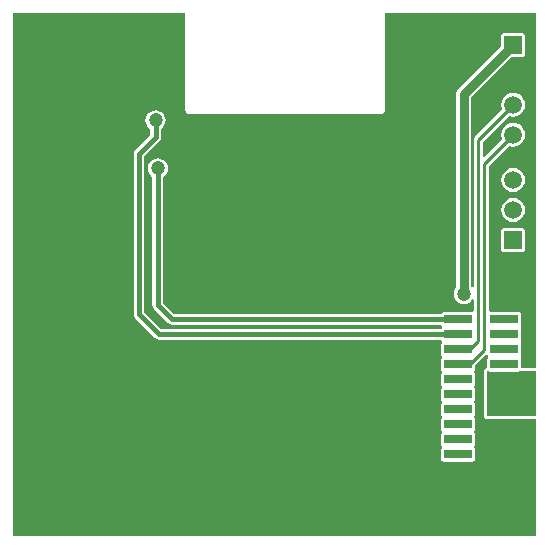
<source format=gbl>
G04 Layer_Physical_Order=2*
G04 Layer_Color=16711680*
%FSTAX24Y24*%
%MOIN*%
G70*
G01*
G75*
%ADD17C,0.0250*%
%ADD18C,0.0100*%
%ADD19C,0.0150*%
%ADD21C,0.0300*%
%ADD22C,0.0591*%
%ADD23R,0.0591X0.0591*%
%ADD24C,0.0472*%
%ADD25R,0.0945X0.0291*%
G36*
X044149Y030709D02*
X04252D01*
Y032205D01*
X042577D01*
X042579Y032203D01*
X042618Y032195D01*
X043563D01*
X043602Y032203D01*
X043605Y032205D01*
X044149D01*
Y030709D01*
D02*
G37*
G36*
Y032307D02*
X043665D01*
Y032589D01*
X043657Y032628D01*
X043635Y032661D01*
X043632Y032663D01*
Y032723D01*
X043635Y032725D01*
X043657Y032758D01*
X043665Y032797D01*
Y033089D01*
X043657Y033128D01*
X043635Y033161D01*
X043632Y033163D01*
Y033223D01*
X043635Y033225D01*
X043657Y033258D01*
X043665Y033297D01*
Y033589D01*
X043657Y033628D01*
X043635Y033661D01*
X043632Y033663D01*
Y033723D01*
X043635Y033725D01*
X043657Y033758D01*
X043665Y033797D01*
Y034089D01*
X043657Y034128D01*
X043635Y034161D01*
X043602Y034183D01*
X043563Y034191D01*
X042618D01*
X042573Y034233D01*
Y039057D01*
X043236Y039721D01*
X043283Y039702D01*
X043386Y039688D01*
X043489Y039702D01*
X043585Y039741D01*
X043668Y039805D01*
X043731Y039887D01*
X043771Y039983D01*
X043785Y040087D01*
X043771Y04019D01*
X043731Y040286D01*
X043668Y040369D01*
X043585Y040432D01*
X043489Y040472D01*
X043386Y040485D01*
X043283Y040472D01*
X043186Y040432D01*
X043104Y040369D01*
X043041Y040286D01*
X043001Y04019D01*
X042987Y040087D01*
X043001Y039983D01*
X04302Y039937D01*
X042419Y039336D01*
X042373Y039355D01*
Y039857D01*
X043236Y040721D01*
X043283Y040702D01*
X043386Y040688D01*
X043489Y040702D01*
X043585Y040741D01*
X043668Y040805D01*
X043731Y040887D01*
X043771Y040983D01*
X043785Y041087D01*
X043771Y04119D01*
X043731Y041286D01*
X043668Y041369D01*
X043585Y041432D01*
X043489Y041472D01*
X043386Y041485D01*
X043283Y041472D01*
X043186Y041432D01*
X043104Y041369D01*
X043041Y041286D01*
X043001Y04119D01*
X042987Y041087D01*
X043001Y040983D01*
X04302Y040937D01*
X042112Y040029D01*
X042079Y039979D01*
X042067Y039921D01*
Y035026D01*
X042017Y035004D01*
X041995Y035023D01*
Y041335D01*
X043349Y042689D01*
X043681D01*
X04372Y042697D01*
X043753Y042719D01*
X043775Y042752D01*
X043783Y042791D01*
Y043382D01*
X043775Y043421D01*
X043753Y043454D01*
X04372Y043476D01*
X043681Y043484D01*
X043091D01*
X043052Y043476D01*
X043018Y043454D01*
X042996Y043421D01*
X042989Y043382D01*
Y04305D01*
X04156Y041621D01*
X041505Y041538D01*
X041485Y041441D01*
Y03501D01*
X041446Y03496D01*
X041412Y034878D01*
X041401Y03479D01*
X041412Y034702D01*
X041446Y03462D01*
X0415Y03455D01*
X04157Y034496D01*
X041652Y034462D01*
X04174Y034451D01*
X041828Y034462D01*
X04191Y034496D01*
X04198Y03455D01*
X042017Y034599D01*
X042067Y034582D01*
Y034234D01*
X042028Y034191D01*
X041083D01*
X041044Y034183D01*
X041011Y034161D01*
X040988Y034128D01*
X040987Y034121D01*
X032091D01*
X031718Y034494D01*
Y038683D01*
X03178Y03873D01*
X031834Y0388D01*
X031868Y038882D01*
X031879Y03897D01*
X031868Y039058D01*
X031834Y03914D01*
X03178Y03921D01*
X03171Y039264D01*
X031628Y039298D01*
X03154Y039309D01*
X031452Y039298D01*
X03137Y039264D01*
X0313Y03921D01*
X031246Y03914D01*
X031212Y039058D01*
X031201Y03897D01*
X031212Y038882D01*
X031246Y0388D01*
X0313Y03873D01*
X031362Y038683D01*
Y03442D01*
X031375Y034352D01*
X031414Y034294D01*
X031891Y033817D01*
X031949Y033778D01*
X032017Y033764D01*
X032017Y033764D01*
X040987D01*
X040988Y033758D01*
X041011Y033725D01*
X041014Y033723D01*
Y033663D01*
X041011Y033661D01*
X040988Y033628D01*
X040987Y033621D01*
X031661D01*
X031098Y034184D01*
Y039386D01*
X031596Y039884D01*
X031596Y039884D01*
X031635Y039942D01*
X031648Y04001D01*
Y040283D01*
X03171Y04033D01*
X031764Y0404D01*
X031798Y040482D01*
X031809Y04057D01*
X031798Y040658D01*
X031764Y04074D01*
X03171Y04081D01*
X03164Y040864D01*
X031558Y040898D01*
X03147Y040909D01*
X031382Y040898D01*
X0313Y040864D01*
X03123Y04081D01*
X031176Y04074D01*
X031142Y040658D01*
X031131Y04057D01*
X031142Y040482D01*
X031176Y0404D01*
X03123Y04033D01*
X031292Y040283D01*
Y040084D01*
X030794Y039586D01*
X030755Y039528D01*
X030742Y03946D01*
Y03411D01*
X030755Y034042D01*
X030794Y033984D01*
X031461Y033317D01*
X031461Y033317D01*
X031519Y033278D01*
X031587Y033264D01*
X040987D01*
X040988Y033258D01*
X041011Y033225D01*
X041014Y033223D01*
Y033163D01*
X041011Y033161D01*
X040988Y033128D01*
X040981Y033089D01*
Y032797D01*
X040988Y032758D01*
X041011Y032725D01*
X041014Y032723D01*
Y032663D01*
X041011Y032661D01*
X040988Y032628D01*
X040981Y032589D01*
Y032297D01*
X040988Y032258D01*
X041011Y032225D01*
X041014Y032223D01*
Y032163D01*
X041011Y032161D01*
X040988Y032128D01*
X040981Y032089D01*
Y031797D01*
X040988Y031758D01*
X041011Y031725D01*
X041014Y031723D01*
Y031663D01*
X041011Y031661D01*
X040988Y031628D01*
X040981Y031589D01*
Y031297D01*
X040988Y031258D01*
X041011Y031225D01*
X041014Y031223D01*
Y031163D01*
X041011Y031161D01*
X040988Y031128D01*
X040981Y031089D01*
Y030797D01*
X040988Y030758D01*
X041011Y030725D01*
X041014Y030723D01*
Y030663D01*
X041011Y030661D01*
X040988Y030628D01*
X040981Y030589D01*
Y030297D01*
X040988Y030258D01*
X041011Y030225D01*
X041014Y030223D01*
Y030163D01*
X041011Y030161D01*
X040988Y030128D01*
X040981Y030089D01*
Y029797D01*
X040988Y029758D01*
X041011Y029725D01*
X041014Y029723D01*
Y029663D01*
X041011Y029661D01*
X040988Y029628D01*
X040981Y029589D01*
Y029297D01*
X040988Y029258D01*
X041011Y029225D01*
X041044Y029203D01*
X041083Y029195D01*
X042028D01*
X042067Y029203D01*
X0421Y029225D01*
X042122Y029258D01*
X04213Y029297D01*
Y029589D01*
X042122Y029628D01*
X0421Y029661D01*
X042096Y029663D01*
Y029723D01*
X0421Y029725D01*
X042122Y029758D01*
X04213Y029797D01*
Y030089D01*
X042122Y030128D01*
X0421Y030161D01*
X042096Y030163D01*
Y030223D01*
X0421Y030225D01*
X042122Y030258D01*
X04213Y030297D01*
Y030589D01*
X042122Y030628D01*
X0421Y030661D01*
X042096Y030663D01*
Y030723D01*
X0421Y030725D01*
X042122Y030758D01*
X04213Y030797D01*
Y031089D01*
X042122Y031128D01*
X0421Y031161D01*
X042096Y031163D01*
Y031223D01*
X0421Y031225D01*
X042122Y031258D01*
X04213Y031297D01*
Y031589D01*
X042122Y031628D01*
X0421Y031661D01*
X042096Y031663D01*
Y031723D01*
X0421Y031725D01*
X042122Y031758D01*
X04213Y031797D01*
Y032089D01*
X042122Y032128D01*
X0421Y032161D01*
X042096Y032163D01*
Y032223D01*
X0421Y032225D01*
X042122Y032258D01*
X04213Y032297D01*
Y032403D01*
X042478Y032752D01*
X042536Y032739D01*
X042546Y032725D01*
X042549Y032723D01*
Y032663D01*
X042546Y032661D01*
X042524Y032628D01*
X042516Y032589D01*
Y032306D01*
X042481Y032299D01*
X042448Y032277D01*
X042425Y032244D01*
X042418Y032205D01*
Y030709D01*
X042425Y03067D01*
X042448Y030637D01*
X042481Y030614D01*
X04252Y030607D01*
X043871D01*
X043893Y030604D01*
X043915Y030607D01*
X044149D01*
Y026718D01*
X026718D01*
Y044149D01*
X032456D01*
Y040925D01*
X032467Y040871D01*
X032497Y040824D01*
X032544Y040793D01*
X032598Y040782D01*
X038976D01*
X039031Y040793D01*
X039077Y040824D01*
X039108Y040871D01*
X039119Y040925D01*
Y044149D01*
X044149D01*
Y032307D01*
D02*
G37*
%LPC*%
G36*
X043681Y03698D02*
X043091D01*
X043052Y036972D01*
X043018Y03695D01*
X042996Y036917D01*
X042989Y036878D01*
Y036287D01*
X042996Y036248D01*
X043018Y036215D01*
X043052Y036193D01*
X043091Y036185D01*
X043681D01*
X04372Y036193D01*
X043753Y036215D01*
X043775Y036248D01*
X043783Y036287D01*
Y036878D01*
X043775Y036917D01*
X043753Y03695D01*
X04372Y036972D01*
X043681Y03698D01*
D02*
G37*
G36*
X043386Y038981D02*
X043283Y038968D01*
X043186Y038928D01*
X043104Y038865D01*
X043041Y038782D01*
X043001Y038686D01*
X042987Y038583D01*
X043001Y038479D01*
X043041Y038383D01*
X043104Y038301D01*
X043186Y038237D01*
X043283Y038198D01*
X043386Y038184D01*
X043489Y038198D01*
X043585Y038237D01*
X043668Y038301D01*
X043731Y038383D01*
X043771Y038479D01*
X043785Y038583D01*
X043771Y038686D01*
X043731Y038782D01*
X043668Y038865D01*
X043585Y038928D01*
X043489Y038968D01*
X043386Y038981D01*
D02*
G37*
G36*
Y037981D02*
X043283Y037968D01*
X043186Y037928D01*
X043104Y037865D01*
X043041Y037782D01*
X043001Y037686D01*
X042987Y037583D01*
X043001Y037479D01*
X043041Y037383D01*
X043104Y037301D01*
X043186Y037237D01*
X043283Y037198D01*
X043386Y037184D01*
X043489Y037198D01*
X043585Y037237D01*
X043668Y037301D01*
X043731Y037383D01*
X043771Y037479D01*
X043785Y037583D01*
X043771Y037686D01*
X043731Y037782D01*
X043668Y037865D01*
X043585Y037928D01*
X043489Y037968D01*
X043386Y037981D01*
D02*
G37*
%LPD*%
D17*
X043091Y030943D02*
Y031443D01*
Y031943D01*
Y031443D02*
X043907D01*
X043091Y031943D02*
X043897D01*
X043091Y030943D02*
X043893D01*
D18*
X041555Y032943D02*
X041943D01*
X04222Y03322D01*
Y039921D01*
X043386Y041087D01*
X041555Y032443D02*
X041953D01*
X04242Y03291D01*
Y039121D01*
X043386Y040087D01*
D19*
X03154Y03442D02*
X032017Y033943D01*
X03154Y03442D02*
Y03897D01*
X032017Y033943D02*
X041555D01*
X03092Y03411D02*
X031587Y033443D01*
X03092Y03411D02*
Y03946D01*
X03147Y04001D01*
Y04057D01*
X031587Y033443D02*
X041555D01*
D21*
X04174Y041441D02*
X043386Y043087D01*
X04174Y03479D02*
Y041441D01*
D22*
X043386Y040087D02*
D03*
Y041087D02*
D03*
Y042087D02*
D03*
Y037583D02*
D03*
Y038583D02*
D03*
D23*
Y043087D02*
D03*
Y036583D02*
D03*
D24*
X043907Y031443D02*
D03*
X043897Y031943D02*
D03*
X043893Y030943D02*
D03*
X03154Y03897D02*
D03*
X03147Y04057D02*
D03*
X04174Y03479D02*
D03*
X032087Y043701D02*
D03*
Y042717D02*
D03*
Y041732D02*
D03*
X030906Y043701D02*
D03*
X029528D02*
D03*
X028346D02*
D03*
X027165D02*
D03*
Y041535D02*
D03*
Y039764D02*
D03*
Y037992D02*
D03*
Y036024D02*
D03*
Y033661D02*
D03*
Y031299D02*
D03*
Y029134D02*
D03*
Y027165D02*
D03*
X028937D02*
D03*
X030709D02*
D03*
X032677D02*
D03*
X034449D02*
D03*
X036024D02*
D03*
X037992D02*
D03*
X040354D02*
D03*
X042323D02*
D03*
X043701D02*
D03*
Y028543D02*
D03*
X039961Y028937D02*
D03*
X030709Y032835D02*
D03*
X031693D02*
D03*
X032677D02*
D03*
X039961Y034843D02*
D03*
X040748D02*
D03*
X040551Y038976D02*
D03*
Y038189D02*
D03*
X034449Y040354D02*
D03*
X036417D02*
D03*
X037795D02*
D03*
X039567Y043701D02*
D03*
Y042717D02*
D03*
Y041732D02*
D03*
X041142Y043701D02*
D03*
X042717D02*
D03*
X043701Y035236D02*
D03*
X038583Y032835D02*
D03*
X039961D02*
D03*
X034449Y035827D02*
D03*
X035827D02*
D03*
X037402D02*
D03*
D25*
X043091Y033943D02*
D03*
Y033443D02*
D03*
Y032943D02*
D03*
Y032443D02*
D03*
Y031943D02*
D03*
Y031443D02*
D03*
Y030943D02*
D03*
Y030443D02*
D03*
Y029943D02*
D03*
Y029443D02*
D03*
X041555Y033943D02*
D03*
Y033443D02*
D03*
X041555Y032943D02*
D03*
X041555Y032443D02*
D03*
Y031943D02*
D03*
Y031443D02*
D03*
Y030943D02*
D03*
X041555Y030443D02*
D03*
X041555Y029943D02*
D03*
Y029443D02*
D03*
M02*

</source>
